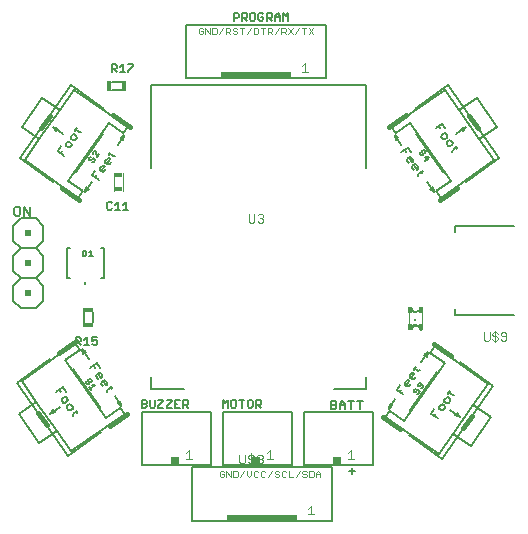
<source format=gto>
G75*
%MOIN*%
%OFA0B0*%
%FSLAX25Y25*%
%IPPOS*%
%LPD*%
%AMOC8*
5,1,8,0,0,1.08239X$1,22.5*
%
%ADD10C,0.00500*%
%ADD11C,0.00400*%
%ADD12R,0.03150X0.01378*%
%ADD13C,0.00800*%
%ADD14C,0.00600*%
%ADD15R,0.02000X0.02000*%
%ADD16R,0.01280X0.01969*%
%ADD17R,0.00591X0.00984*%
%ADD18R,0.01575X0.00689*%
%ADD19R,0.00787X0.00787*%
%ADD20R,0.01181X0.01181*%
%ADD21R,0.01280X0.00295*%
%ADD22R,0.03400X0.01600*%
%ADD23R,0.01600X0.03400*%
%ADD24C,0.01600*%
%ADD25R,0.02500X0.02500*%
%ADD26C,0.00300*%
%ADD27R,0.23622X0.01969*%
%ADD28C,0.00200*%
D10*
X0027698Y0029612D02*
X0022843Y0036546D01*
X0017038Y0032481D01*
X0010263Y0042156D01*
X0016068Y0046221D01*
X0022843Y0036546D01*
X0020581Y0042172D02*
X0022096Y0042623D01*
X0021523Y0043442D01*
X0020581Y0042172D01*
X0023857Y0044466D01*
X0025032Y0045840D02*
X0025659Y0045730D01*
X0026397Y0046246D01*
X0026507Y0046874D01*
X0025991Y0047612D01*
X0025363Y0047722D01*
X0024625Y0047205D01*
X0024515Y0046578D01*
X0025032Y0045840D01*
X0026316Y0044792D02*
X0026205Y0044165D01*
X0026722Y0043427D01*
X0027349Y0043316D01*
X0028087Y0043833D01*
X0028197Y0044460D01*
X0027681Y0045198D01*
X0027053Y0045308D01*
X0026316Y0044792D01*
X0028264Y0042009D02*
X0028153Y0041382D01*
X0028264Y0042009D02*
X0029740Y0043043D01*
X0029112Y0043153D02*
X0029629Y0042415D01*
X0025813Y0049435D02*
X0024780Y0050911D01*
X0022566Y0049361D01*
X0023673Y0050136D02*
X0024190Y0049398D01*
X0016068Y0046221D02*
X0011213Y0053155D01*
X0028951Y0065575D01*
X0030418Y0063479D01*
X0025581Y0060091D01*
X0039130Y0040741D01*
X0043967Y0044129D01*
X0045435Y0042032D01*
X0027698Y0029612D01*
X0043109Y0045739D02*
X0043928Y0046312D01*
X0044379Y0044797D01*
X0043109Y0045739D01*
X0044379Y0044797D02*
X0042085Y0048073D01*
X0039621Y0049412D02*
X0039732Y0050039D01*
X0041208Y0051073D01*
X0040580Y0051183D02*
X0041097Y0050445D01*
X0039555Y0051863D02*
X0039665Y0052490D01*
X0039149Y0053228D01*
X0038522Y0053339D01*
X0037784Y0052822D01*
X0037673Y0052195D01*
X0038190Y0051457D01*
X0039186Y0051604D02*
X0038153Y0053080D01*
X0037496Y0054018D02*
X0036463Y0055494D01*
X0036831Y0055752D02*
X0037459Y0055642D01*
X0037975Y0054904D01*
X0037865Y0054276D01*
X0037496Y0054018D01*
X0036500Y0053870D02*
X0035983Y0054608D01*
X0036094Y0055236D01*
X0036831Y0055752D01*
X0037282Y0057465D02*
X0036248Y0058941D01*
X0034035Y0057391D01*
X0035141Y0058166D02*
X0035658Y0057428D01*
X0033481Y0060360D02*
X0031187Y0063637D01*
X0031638Y0062122D01*
X0032457Y0062695D01*
X0031187Y0063637D01*
X0030823Y0065150D02*
X0029989Y0065984D01*
X0030406Y0065984D02*
X0029155Y0065984D01*
X0029155Y0065150D02*
X0029155Y0067652D01*
X0030406Y0067652D01*
X0030823Y0067235D01*
X0030823Y0066401D01*
X0030406Y0065984D01*
X0031918Y0065150D02*
X0033586Y0065150D01*
X0032752Y0065150D02*
X0032752Y0067652D01*
X0031918Y0066818D01*
X0034680Y0066401D02*
X0035514Y0066818D01*
X0035931Y0066818D01*
X0036348Y0066401D01*
X0036348Y0065567D01*
X0035931Y0065150D01*
X0035097Y0065150D01*
X0034680Y0065567D01*
X0034680Y0066401D02*
X0034680Y0067652D01*
X0036348Y0067652D01*
X0034098Y0053642D02*
X0033656Y0053720D01*
X0033397Y0053538D01*
X0033319Y0053097D01*
X0033683Y0052577D01*
X0033605Y0052136D01*
X0033345Y0051954D01*
X0032904Y0052032D01*
X0032540Y0052551D01*
X0032618Y0052993D01*
X0034098Y0053642D02*
X0034461Y0053123D01*
X0034384Y0052681D01*
X0034664Y0051728D02*
X0035547Y0051572D01*
X0033989Y0050482D01*
X0033626Y0051001D02*
X0034353Y0049962D01*
X0039186Y0051604D02*
X0039555Y0051863D01*
X0051140Y0046713D02*
X0051140Y0044211D01*
X0052391Y0044211D01*
X0052808Y0044628D01*
X0052808Y0045045D01*
X0052391Y0045462D01*
X0051140Y0045462D01*
X0052391Y0045462D02*
X0052808Y0045879D01*
X0052808Y0046296D01*
X0052391Y0046713D01*
X0051140Y0046713D01*
X0053902Y0046713D02*
X0053902Y0044628D01*
X0054319Y0044211D01*
X0055153Y0044211D01*
X0055570Y0044628D01*
X0055570Y0046713D01*
X0056664Y0046713D02*
X0058332Y0046713D01*
X0058332Y0046296D01*
X0056664Y0044628D01*
X0056664Y0044211D01*
X0058332Y0044211D01*
X0059427Y0044211D02*
X0061095Y0044211D01*
X0062189Y0044211D02*
X0062189Y0046713D01*
X0063857Y0046713D01*
X0064951Y0046713D02*
X0064951Y0044211D01*
X0064951Y0045045D02*
X0066202Y0045045D01*
X0066619Y0045462D01*
X0066619Y0046296D01*
X0066202Y0046713D01*
X0064951Y0046713D01*
X0065785Y0045045D02*
X0066619Y0044211D01*
X0063857Y0044211D02*
X0062189Y0044211D01*
X0062189Y0045462D02*
X0063023Y0045462D01*
X0061095Y0046296D02*
X0059427Y0044628D01*
X0059427Y0044211D01*
X0059427Y0046713D02*
X0061095Y0046713D01*
X0061095Y0046296D01*
X0051086Y0042780D02*
X0051086Y0025063D01*
X0074118Y0025063D01*
X0074118Y0042780D01*
X0051086Y0042780D01*
X0067980Y0024280D02*
X0067980Y0006563D01*
X0114634Y0006563D01*
X0114634Y0024280D01*
X0067980Y0024280D01*
X0078086Y0025063D02*
X0078086Y0042780D01*
X0101118Y0042780D01*
X0101118Y0025063D01*
X0078086Y0025063D01*
X0078140Y0044211D02*
X0078140Y0046713D01*
X0078974Y0045879D01*
X0079808Y0046713D01*
X0079808Y0044211D01*
X0080902Y0044628D02*
X0081319Y0044211D01*
X0082153Y0044211D01*
X0082570Y0044628D01*
X0082570Y0046296D01*
X0082153Y0046713D01*
X0081319Y0046713D01*
X0080902Y0046296D01*
X0080902Y0044628D01*
X0083664Y0046713D02*
X0085332Y0046713D01*
X0084498Y0046713D02*
X0084498Y0044211D01*
X0086427Y0044628D02*
X0086427Y0046296D01*
X0086844Y0046713D01*
X0087678Y0046713D01*
X0088095Y0046296D01*
X0088095Y0044628D01*
X0087678Y0044211D01*
X0086844Y0044211D01*
X0086427Y0044628D01*
X0089189Y0044211D02*
X0089189Y0046713D01*
X0090440Y0046713D01*
X0090857Y0046296D01*
X0090857Y0045462D01*
X0090440Y0045045D01*
X0089189Y0045045D01*
X0090023Y0045045D02*
X0090857Y0044211D01*
X0105086Y0042780D02*
X0105086Y0025063D01*
X0128118Y0025063D01*
X0128118Y0042780D01*
X0105086Y0042780D01*
X0114140Y0043711D02*
X0115491Y0043711D01*
X0115941Y0044161D01*
X0115941Y0044612D01*
X0115491Y0045062D01*
X0114140Y0045062D01*
X0115491Y0045062D02*
X0115941Y0045513D01*
X0115941Y0045963D01*
X0115491Y0046413D01*
X0114140Y0046413D01*
X0114140Y0043711D01*
X0117086Y0043711D02*
X0117086Y0045513D01*
X0117987Y0046413D01*
X0118888Y0045513D01*
X0118888Y0043711D01*
X0118888Y0045062D02*
X0117086Y0045062D01*
X0120033Y0046413D02*
X0121834Y0046413D01*
X0120933Y0046413D02*
X0120933Y0043711D01*
X0123880Y0043711D02*
X0123880Y0046413D01*
X0122979Y0046413D02*
X0124781Y0046413D01*
X0133432Y0043797D02*
X0134701Y0044739D01*
X0133882Y0045312D01*
X0133432Y0043797D01*
X0135726Y0047073D01*
X0137220Y0049384D02*
X0137737Y0050122D01*
X0137147Y0051635D02*
X0136113Y0050159D01*
X0138327Y0048609D01*
X0139648Y0051281D02*
X0138910Y0051798D01*
X0138800Y0052425D01*
X0139316Y0053163D01*
X0139944Y0053273D01*
X0140313Y0053015D01*
X0139279Y0051539D01*
X0139648Y0051281D02*
X0140275Y0051391D01*
X0140792Y0052129D01*
X0141338Y0053695D02*
X0140600Y0054211D01*
X0140490Y0054838D01*
X0141006Y0055576D01*
X0141634Y0055687D01*
X0142003Y0055429D01*
X0140969Y0053953D01*
X0141338Y0053695D02*
X0141965Y0053805D01*
X0142482Y0054543D01*
X0143287Y0056477D02*
X0141811Y0057510D01*
X0141921Y0056883D02*
X0142438Y0057621D01*
X0143287Y0056477D02*
X0143914Y0056588D01*
X0144329Y0059360D02*
X0146624Y0062637D01*
X0145354Y0061695D01*
X0146173Y0061122D01*
X0146624Y0062637D01*
X0147392Y0062479D02*
X0152230Y0059091D01*
X0138681Y0039741D01*
X0133843Y0043129D01*
X0132375Y0041032D01*
X0150113Y0028612D01*
X0154968Y0035546D01*
X0160773Y0031481D01*
X0167548Y0041156D01*
X0161743Y0045221D01*
X0166598Y0052155D01*
X0148860Y0064575D01*
X0147392Y0062479D01*
X0143901Y0052358D02*
X0144160Y0052176D01*
X0144238Y0051735D01*
X0144679Y0051812D01*
X0144939Y0051631D01*
X0145017Y0051189D01*
X0144653Y0050670D01*
X0144212Y0050592D01*
X0144056Y0051475D02*
X0144238Y0051735D01*
X0143901Y0052358D02*
X0143459Y0052280D01*
X0143096Y0051761D01*
X0143173Y0051319D01*
X0142633Y0050548D02*
X0142192Y0050470D01*
X0141828Y0049950D01*
X0141906Y0049509D01*
X0142166Y0049327D01*
X0142607Y0049405D01*
X0142971Y0049924D01*
X0143412Y0050002D01*
X0143672Y0049820D01*
X0143749Y0049379D01*
X0143386Y0048860D01*
X0142944Y0048782D01*
X0148615Y0043605D02*
X0147582Y0042129D01*
X0149795Y0040579D01*
X0148688Y0041354D02*
X0149205Y0042092D01*
X0150378Y0043767D02*
X0151116Y0043251D01*
X0151744Y0043361D01*
X0152260Y0044099D01*
X0152150Y0044727D01*
X0151412Y0045243D01*
X0150785Y0045133D01*
X0150268Y0044395D01*
X0150378Y0043767D01*
X0152069Y0046181D02*
X0152806Y0045664D01*
X0153434Y0045775D01*
X0153950Y0046513D01*
X0153840Y0047140D01*
X0153102Y0047657D01*
X0152475Y0047546D01*
X0151958Y0046808D01*
X0152069Y0046181D01*
X0153953Y0043466D02*
X0157230Y0041172D01*
X0156288Y0042442D01*
X0155714Y0041623D01*
X0157230Y0041172D01*
X0154968Y0035546D02*
X0161743Y0045221D01*
X0155382Y0048558D02*
X0154755Y0048447D01*
X0153279Y0049480D01*
X0153390Y0048853D02*
X0153906Y0049591D01*
X0155720Y0075136D02*
X0155720Y0077105D01*
X0155720Y0075136D02*
X0175405Y0075136D01*
X0155720Y0102695D02*
X0155720Y0104664D01*
X0175405Y0104664D01*
X0168598Y0126645D02*
X0163743Y0133579D01*
X0169548Y0137644D01*
X0162773Y0147319D01*
X0156968Y0143254D01*
X0152113Y0150188D01*
X0134375Y0137768D01*
X0135843Y0135671D01*
X0140681Y0139059D01*
X0154230Y0119709D01*
X0149392Y0116321D01*
X0150860Y0114225D01*
X0168598Y0126645D01*
X0163743Y0133579D02*
X0156968Y0143254D01*
X0159230Y0137628D02*
X0157714Y0137177D01*
X0158288Y0136358D01*
X0159230Y0137628D01*
X0155953Y0135334D01*
X0154237Y0133168D02*
X0153609Y0133279D01*
X0152871Y0132762D01*
X0152761Y0132135D01*
X0153277Y0131397D01*
X0153905Y0131286D01*
X0154643Y0131803D01*
X0154753Y0132430D01*
X0154237Y0133168D01*
X0152953Y0134217D02*
X0153063Y0134844D01*
X0152547Y0135582D01*
X0151919Y0135692D01*
X0151181Y0135176D01*
X0151071Y0134548D01*
X0151587Y0133811D01*
X0152215Y0133700D01*
X0152953Y0134217D01*
X0152369Y0137405D02*
X0151336Y0138881D01*
X0149122Y0137331D01*
X0150229Y0138106D02*
X0150746Y0137368D01*
X0155668Y0131123D02*
X0156185Y0130385D01*
X0156296Y0131013D02*
X0154820Y0129979D01*
X0154709Y0129352D01*
X0147018Y0127612D02*
X0145694Y0127845D01*
X0146421Y0126807D01*
X0145461Y0126521D02*
X0147018Y0127612D01*
X0145673Y0128980D02*
X0145751Y0129422D01*
X0145387Y0129941D01*
X0144946Y0130019D01*
X0144686Y0129837D01*
X0144608Y0129396D01*
X0144972Y0128877D01*
X0144894Y0128435D01*
X0144634Y0128253D01*
X0144193Y0128331D01*
X0143829Y0128850D01*
X0143907Y0129292D01*
X0140901Y0129375D02*
X0139868Y0130851D01*
X0137654Y0129301D01*
X0138761Y0130076D02*
X0139278Y0129338D01*
X0140451Y0127662D02*
X0141078Y0127552D01*
X0141595Y0126814D01*
X0141484Y0126187D01*
X0141115Y0125928D01*
X0140082Y0127404D01*
X0139713Y0127146D02*
X0140451Y0127662D01*
X0139713Y0127146D02*
X0139603Y0126518D01*
X0140119Y0125780D01*
X0141403Y0124732D02*
X0142141Y0125249D01*
X0142768Y0125138D01*
X0143285Y0124400D01*
X0143174Y0123773D01*
X0142806Y0123515D01*
X0141772Y0124990D01*
X0141403Y0124732D02*
X0141293Y0124105D01*
X0141809Y0123367D01*
X0143352Y0121949D02*
X0143241Y0121322D01*
X0143352Y0121949D02*
X0144827Y0122983D01*
X0144200Y0123093D02*
X0144717Y0122355D01*
X0146329Y0119439D02*
X0148624Y0116163D01*
X0148173Y0117678D01*
X0147354Y0117105D01*
X0148624Y0116163D01*
X0137726Y0131727D02*
X0135432Y0135003D01*
X0135882Y0133488D01*
X0136701Y0134061D01*
X0135432Y0135003D01*
X0112634Y0154063D02*
X0065980Y0154063D01*
X0065980Y0171780D01*
X0112634Y0171780D01*
X0112634Y0154063D01*
X0100024Y0173211D02*
X0100024Y0175713D01*
X0099189Y0174879D01*
X0098355Y0175713D01*
X0098355Y0173211D01*
X0097261Y0173211D02*
X0097261Y0174879D01*
X0096427Y0175713D01*
X0095593Y0174879D01*
X0095593Y0173211D01*
X0094499Y0173211D02*
X0093665Y0174045D01*
X0094082Y0174045D02*
X0092831Y0174045D01*
X0092831Y0173211D02*
X0092831Y0175713D01*
X0094082Y0175713D01*
X0094499Y0175296D01*
X0094499Y0174462D01*
X0094082Y0174045D01*
X0095593Y0174462D02*
X0097261Y0174462D01*
X0091736Y0174462D02*
X0091736Y0173628D01*
X0091319Y0173211D01*
X0090485Y0173211D01*
X0090068Y0173628D01*
X0090068Y0175296D01*
X0090485Y0175713D01*
X0091319Y0175713D01*
X0091736Y0175296D01*
X0091736Y0174462D02*
X0090902Y0174462D01*
X0088974Y0173628D02*
X0088974Y0175296D01*
X0088557Y0175713D01*
X0087723Y0175713D01*
X0087306Y0175296D01*
X0087306Y0173628D01*
X0087723Y0173211D01*
X0088557Y0173211D01*
X0088974Y0173628D01*
X0086212Y0173211D02*
X0085378Y0174045D01*
X0085795Y0174045D02*
X0084544Y0174045D01*
X0084544Y0173211D02*
X0084544Y0175713D01*
X0085795Y0175713D01*
X0086212Y0175296D01*
X0086212Y0174462D01*
X0085795Y0174045D01*
X0083449Y0174462D02*
X0083032Y0174045D01*
X0081781Y0174045D01*
X0081781Y0173211D02*
X0081781Y0175713D01*
X0083032Y0175713D01*
X0083449Y0175296D01*
X0083449Y0174462D01*
X0048348Y0158652D02*
X0048348Y0158235D01*
X0046680Y0156567D01*
X0046680Y0156150D01*
X0045586Y0156150D02*
X0043918Y0156150D01*
X0044752Y0156150D02*
X0044752Y0158652D01*
X0043918Y0157818D01*
X0042823Y0158235D02*
X0042823Y0157401D01*
X0042406Y0156984D01*
X0041155Y0156984D01*
X0041155Y0156150D02*
X0041155Y0158652D01*
X0042406Y0158652D01*
X0042823Y0158235D01*
X0041989Y0156984D02*
X0042823Y0156150D01*
X0046680Y0158652D02*
X0048348Y0158652D01*
X0046435Y0137768D02*
X0028698Y0150188D01*
X0023843Y0143254D01*
X0018038Y0147319D01*
X0011263Y0137644D01*
X0017068Y0133579D01*
X0012213Y0126645D01*
X0029951Y0114225D01*
X0031418Y0116321D01*
X0026581Y0119709D01*
X0040130Y0139059D01*
X0044967Y0135671D01*
X0046435Y0137768D01*
X0045379Y0135003D02*
X0044109Y0134061D01*
X0044928Y0133488D01*
X0045379Y0135003D01*
X0043085Y0131727D01*
X0040896Y0129214D02*
X0040380Y0128476D01*
X0040269Y0129103D02*
X0041745Y0128070D01*
X0042372Y0128181D01*
X0040461Y0127022D02*
X0039427Y0125546D01*
X0039059Y0125804D02*
X0038948Y0126431D01*
X0039465Y0127169D01*
X0040092Y0127280D01*
X0040461Y0127022D01*
X0040940Y0126136D02*
X0040424Y0125398D01*
X0039796Y0125288D01*
X0039059Y0125804D01*
X0038402Y0124866D02*
X0038771Y0124608D01*
X0037737Y0123132D01*
X0037368Y0123391D02*
X0037258Y0124018D01*
X0037775Y0124756D01*
X0038402Y0124866D01*
X0039250Y0123722D02*
X0038734Y0122985D01*
X0038106Y0122874D01*
X0037368Y0123391D01*
X0035605Y0123228D02*
X0034572Y0121752D01*
X0036785Y0120202D01*
X0035678Y0120977D02*
X0036195Y0121715D01*
X0034481Y0119439D02*
X0032187Y0116163D01*
X0033457Y0117105D01*
X0032638Y0117678D01*
X0032187Y0116163D01*
X0039506Y0112294D02*
X0039506Y0110626D01*
X0039923Y0110209D01*
X0040757Y0110209D01*
X0041174Y0110626D01*
X0042268Y0110209D02*
X0043936Y0110209D01*
X0043102Y0110209D02*
X0043102Y0112711D01*
X0042268Y0111877D01*
X0041174Y0112294D02*
X0040757Y0112711D01*
X0039923Y0112711D01*
X0039506Y0112294D01*
X0045030Y0111877D02*
X0045864Y0112711D01*
X0045864Y0110209D01*
X0045030Y0110209D02*
X0046699Y0110209D01*
X0034289Y0096552D02*
X0033655Y0095918D01*
X0034289Y0096552D02*
X0034289Y0094650D01*
X0033655Y0094650D02*
X0034923Y0094650D01*
X0032713Y0094967D02*
X0032713Y0096235D01*
X0032396Y0096552D01*
X0031445Y0096552D01*
X0031445Y0094650D01*
X0032396Y0094650D01*
X0032713Y0094967D01*
X0013880Y0108150D02*
X0013880Y0111153D01*
X0011878Y0111153D02*
X0011878Y0108150D01*
X0010657Y0108650D02*
X0010657Y0110652D01*
X0010157Y0111153D01*
X0009156Y0111153D01*
X0008655Y0110652D01*
X0008655Y0108650D01*
X0009156Y0108150D01*
X0010157Y0108150D01*
X0010657Y0108650D01*
X0011878Y0111153D02*
X0013880Y0108150D01*
X0025317Y0128232D02*
X0023103Y0129782D01*
X0024137Y0131258D01*
X0024727Y0129745D02*
X0024210Y0129007D01*
X0025900Y0131421D02*
X0026638Y0130904D01*
X0027265Y0131015D01*
X0027782Y0131752D01*
X0027672Y0132380D01*
X0026934Y0132896D01*
X0026306Y0132786D01*
X0025790Y0132048D01*
X0025900Y0131421D01*
X0027590Y0133834D02*
X0028328Y0133318D01*
X0028955Y0133428D01*
X0029472Y0134166D01*
X0029362Y0134793D01*
X0028624Y0135310D01*
X0027996Y0135199D01*
X0027480Y0134462D01*
X0027590Y0133834D01*
X0028911Y0136506D02*
X0029428Y0137244D01*
X0028801Y0137134D02*
X0030277Y0136100D01*
X0030904Y0136211D01*
X0035170Y0129579D02*
X0034806Y0129060D01*
X0034884Y0128618D01*
X0034344Y0127847D02*
X0033902Y0127769D01*
X0033539Y0127249D01*
X0033617Y0126808D01*
X0033876Y0126626D01*
X0034318Y0126704D01*
X0034681Y0127223D01*
X0035123Y0127301D01*
X0035382Y0127119D01*
X0035460Y0126678D01*
X0035097Y0126159D01*
X0034655Y0126081D01*
X0036182Y0127709D02*
X0035871Y0129475D01*
X0035611Y0129657D01*
X0035170Y0129579D01*
X0036909Y0128748D02*
X0036182Y0127709D01*
X0024857Y0135334D02*
X0021581Y0137628D01*
X0022523Y0136358D01*
X0023096Y0137177D01*
X0021581Y0137628D01*
X0023843Y0143254D02*
X0017068Y0133579D01*
X0121156Y0024152D02*
X0121156Y0022150D01*
X0120155Y0023151D02*
X0122157Y0023151D01*
D11*
X0110734Y0022501D02*
X0110734Y0021100D01*
X0110734Y0022151D02*
X0109333Y0022151D01*
X0109333Y0022501D02*
X0110033Y0023202D01*
X0110734Y0022501D01*
X0109333Y0022501D02*
X0109333Y0021100D01*
X0108432Y0021450D02*
X0108432Y0022851D01*
X0108082Y0023202D01*
X0107031Y0023202D01*
X0107031Y0021100D01*
X0108082Y0021100D01*
X0108432Y0021450D01*
X0106130Y0021450D02*
X0105780Y0021100D01*
X0105079Y0021100D01*
X0104729Y0021450D01*
X0105079Y0022151D02*
X0105780Y0022151D01*
X0106130Y0021801D01*
X0106130Y0021450D01*
X0105079Y0022151D02*
X0104729Y0022501D01*
X0104729Y0022851D01*
X0105079Y0023202D01*
X0105780Y0023202D01*
X0106130Y0022851D01*
X0103828Y0023202D02*
X0102427Y0021100D01*
X0101526Y0021100D02*
X0100125Y0021100D01*
X0100125Y0023202D01*
X0099224Y0022851D02*
X0098874Y0023202D01*
X0098173Y0023202D01*
X0097823Y0022851D01*
X0097823Y0021450D01*
X0098173Y0021100D01*
X0098874Y0021100D01*
X0099224Y0021450D01*
X0096922Y0021450D02*
X0096572Y0021100D01*
X0095871Y0021100D01*
X0095521Y0021450D01*
X0095871Y0022151D02*
X0095521Y0022501D01*
X0095521Y0022851D01*
X0095871Y0023202D01*
X0096572Y0023202D01*
X0096922Y0022851D01*
X0096572Y0022151D02*
X0096922Y0021801D01*
X0096922Y0021450D01*
X0096572Y0022151D02*
X0095871Y0022151D01*
X0094620Y0023202D02*
X0093219Y0021100D01*
X0092318Y0021450D02*
X0091968Y0021100D01*
X0091267Y0021100D01*
X0090917Y0021450D01*
X0090917Y0022851D01*
X0091267Y0023202D01*
X0091968Y0023202D01*
X0092318Y0022851D01*
X0090016Y0022851D02*
X0089666Y0023202D01*
X0088965Y0023202D01*
X0088615Y0022851D01*
X0088615Y0021450D01*
X0088965Y0021100D01*
X0089666Y0021100D01*
X0090016Y0021450D01*
X0087714Y0021801D02*
X0087714Y0023202D01*
X0086313Y0023202D02*
X0086313Y0021801D01*
X0087014Y0021100D01*
X0087714Y0021801D01*
X0085412Y0023202D02*
X0084011Y0021100D01*
X0083110Y0021450D02*
X0083110Y0022851D01*
X0082760Y0023202D01*
X0081709Y0023202D01*
X0081709Y0021100D01*
X0082760Y0021100D01*
X0083110Y0021450D01*
X0080809Y0021100D02*
X0080809Y0023202D01*
X0079407Y0023202D02*
X0080809Y0021100D01*
X0079407Y0021100D02*
X0079407Y0023202D01*
X0078507Y0022851D02*
X0078156Y0023202D01*
X0077456Y0023202D01*
X0077105Y0022851D01*
X0077105Y0021450D01*
X0077456Y0021100D01*
X0078156Y0021100D01*
X0078507Y0021450D01*
X0078507Y0022151D01*
X0077806Y0022151D01*
X0140142Y0071833D02*
X0140142Y0075967D01*
X0141027Y0077542D02*
X0141041Y0077470D01*
X0141057Y0077399D01*
X0141078Y0077328D01*
X0141102Y0077259D01*
X0141130Y0077192D01*
X0141161Y0077125D01*
X0141196Y0077061D01*
X0141234Y0076999D01*
X0141275Y0076938D01*
X0141320Y0076880D01*
X0141367Y0076824D01*
X0141417Y0076771D01*
X0141470Y0076721D01*
X0141526Y0076673D01*
X0141584Y0076628D01*
X0141644Y0076587D01*
X0141706Y0076549D01*
X0141771Y0076514D01*
X0141837Y0076482D01*
X0141904Y0076454D01*
X0141973Y0076430D01*
X0142043Y0076409D01*
X0142114Y0076392D01*
X0142186Y0076378D01*
X0142259Y0076369D01*
X0142332Y0076363D01*
X0142405Y0076361D01*
X0142478Y0076363D01*
X0142551Y0076369D01*
X0142624Y0076378D01*
X0142696Y0076392D01*
X0142767Y0076409D01*
X0142837Y0076430D01*
X0142906Y0076454D01*
X0142973Y0076482D01*
X0143039Y0076514D01*
X0143104Y0076549D01*
X0143166Y0076587D01*
X0143226Y0076628D01*
X0143284Y0076673D01*
X0143340Y0076721D01*
X0143393Y0076771D01*
X0143443Y0076824D01*
X0143490Y0076880D01*
X0143535Y0076938D01*
X0143576Y0076999D01*
X0143614Y0077061D01*
X0143649Y0077125D01*
X0143680Y0077192D01*
X0143708Y0077259D01*
X0143732Y0077328D01*
X0143753Y0077399D01*
X0143769Y0077470D01*
X0143783Y0077542D01*
X0144669Y0075869D02*
X0144669Y0070258D01*
X0143771Y0070554D02*
X0143773Y0070594D01*
X0143779Y0070633D01*
X0143788Y0070672D01*
X0143802Y0070709D01*
X0143819Y0070745D01*
X0143839Y0070780D01*
X0143863Y0070812D01*
X0143890Y0070841D01*
X0143919Y0070868D01*
X0143951Y0070892D01*
X0143986Y0070912D01*
X0144022Y0070929D01*
X0144059Y0070943D01*
X0144098Y0070952D01*
X0144137Y0070958D01*
X0144177Y0070960D01*
X0144217Y0070958D01*
X0144256Y0070952D01*
X0144295Y0070943D01*
X0144332Y0070929D01*
X0144368Y0070912D01*
X0144403Y0070892D01*
X0144435Y0070868D01*
X0144464Y0070841D01*
X0144491Y0070812D01*
X0144515Y0070780D01*
X0144535Y0070745D01*
X0144552Y0070709D01*
X0144566Y0070672D01*
X0144575Y0070633D01*
X0144581Y0070594D01*
X0144583Y0070554D01*
X0144581Y0070514D01*
X0144575Y0070475D01*
X0144566Y0070436D01*
X0144552Y0070399D01*
X0144535Y0070363D01*
X0144515Y0070328D01*
X0144491Y0070296D01*
X0144464Y0070267D01*
X0144435Y0070240D01*
X0144403Y0070216D01*
X0144368Y0070196D01*
X0144332Y0070179D01*
X0144295Y0070165D01*
X0144256Y0070156D01*
X0144217Y0070150D01*
X0144177Y0070148D01*
X0144137Y0070150D01*
X0144098Y0070156D01*
X0144059Y0070165D01*
X0144022Y0070179D01*
X0143986Y0070196D01*
X0143951Y0070216D01*
X0143919Y0070240D01*
X0143890Y0070267D01*
X0143863Y0070296D01*
X0143839Y0070328D01*
X0143819Y0070363D01*
X0143802Y0070399D01*
X0143788Y0070436D01*
X0143779Y0070475D01*
X0143773Y0070514D01*
X0143771Y0070554D01*
X0143783Y0070258D02*
X0143769Y0070330D01*
X0143753Y0070401D01*
X0143732Y0070472D01*
X0143708Y0070541D01*
X0143680Y0070608D01*
X0143649Y0070675D01*
X0143614Y0070739D01*
X0143576Y0070801D01*
X0143535Y0070862D01*
X0143490Y0070920D01*
X0143443Y0070976D01*
X0143393Y0071029D01*
X0143340Y0071079D01*
X0143284Y0071127D01*
X0143226Y0071172D01*
X0143166Y0071213D01*
X0143104Y0071251D01*
X0143039Y0071286D01*
X0142973Y0071318D01*
X0142906Y0071346D01*
X0142837Y0071370D01*
X0142767Y0071391D01*
X0142696Y0071408D01*
X0142624Y0071422D01*
X0142551Y0071431D01*
X0142478Y0071437D01*
X0142405Y0071439D01*
X0142332Y0071437D01*
X0142259Y0071431D01*
X0142186Y0071422D01*
X0142114Y0071408D01*
X0142043Y0071391D01*
X0141973Y0071370D01*
X0141904Y0071346D01*
X0141837Y0071318D01*
X0141771Y0071286D01*
X0141706Y0071251D01*
X0141644Y0071213D01*
X0141584Y0071172D01*
X0141526Y0071127D01*
X0141470Y0071079D01*
X0141417Y0071029D01*
X0141367Y0070976D01*
X0141320Y0070920D01*
X0141275Y0070862D01*
X0141234Y0070801D01*
X0141196Y0070739D01*
X0141161Y0070675D01*
X0141130Y0070608D01*
X0141102Y0070541D01*
X0141078Y0070472D01*
X0141057Y0070401D01*
X0141041Y0070330D01*
X0141027Y0070258D01*
X0108338Y0168600D02*
X0106937Y0170702D01*
X0106036Y0170702D02*
X0104635Y0170702D01*
X0105335Y0170702D02*
X0105335Y0168600D01*
X0106937Y0168600D02*
X0108338Y0170702D01*
X0103734Y0170702D02*
X0102333Y0168600D01*
X0101432Y0168600D02*
X0100031Y0170702D01*
X0099130Y0170351D02*
X0099130Y0169651D01*
X0098780Y0169301D01*
X0097729Y0169301D01*
X0098429Y0169301D02*
X0099130Y0168600D01*
X0100031Y0168600D02*
X0101432Y0170702D01*
X0099130Y0170351D02*
X0098780Y0170702D01*
X0097729Y0170702D01*
X0097729Y0168600D01*
X0096828Y0170702D02*
X0095427Y0168600D01*
X0094526Y0168600D02*
X0093826Y0169301D01*
X0094176Y0169301D02*
X0093125Y0169301D01*
X0093125Y0168600D02*
X0093125Y0170702D01*
X0094176Y0170702D01*
X0094526Y0170351D01*
X0094526Y0169651D01*
X0094176Y0169301D01*
X0092224Y0170702D02*
X0090823Y0170702D01*
X0091524Y0170702D02*
X0091524Y0168600D01*
X0089922Y0168950D02*
X0089922Y0170351D01*
X0089572Y0170702D01*
X0088521Y0170702D01*
X0088521Y0168600D01*
X0089572Y0168600D01*
X0089922Y0168950D01*
X0087620Y0170702D02*
X0086219Y0168600D01*
X0084618Y0168600D02*
X0084618Y0170702D01*
X0085318Y0170702D02*
X0083917Y0170702D01*
X0083016Y0170351D02*
X0082666Y0170702D01*
X0081965Y0170702D01*
X0081615Y0170351D01*
X0081615Y0170001D01*
X0081965Y0169651D01*
X0082666Y0169651D01*
X0083016Y0169301D01*
X0083016Y0168950D01*
X0082666Y0168600D01*
X0081965Y0168600D01*
X0081615Y0168950D01*
X0080714Y0168600D02*
X0080014Y0169301D01*
X0080364Y0169301D02*
X0079313Y0169301D01*
X0079313Y0168600D02*
X0079313Y0170702D01*
X0080364Y0170702D01*
X0080714Y0170351D01*
X0080714Y0169651D01*
X0080364Y0169301D01*
X0078412Y0170702D02*
X0077011Y0168600D01*
X0076110Y0168950D02*
X0076110Y0170351D01*
X0075760Y0170702D01*
X0074709Y0170702D01*
X0074709Y0168600D01*
X0075760Y0168600D01*
X0076110Y0168950D01*
X0073809Y0168600D02*
X0073809Y0170702D01*
X0072407Y0170702D02*
X0073809Y0168600D01*
X0072407Y0168600D02*
X0072407Y0170702D01*
X0071507Y0170351D02*
X0071156Y0170702D01*
X0070456Y0170702D01*
X0070105Y0170351D01*
X0070105Y0168950D01*
X0070456Y0168600D01*
X0071156Y0168600D01*
X0071507Y0168950D01*
X0071507Y0169651D01*
X0070806Y0169651D01*
X0044783Y0122254D02*
X0044783Y0116546D01*
X0042027Y0116546D02*
X0042027Y0122254D01*
D12*
X0043405Y0121861D03*
X0043405Y0116939D03*
D13*
X0037659Y0035977D02*
X0026549Y0028198D01*
X0009491Y0052560D01*
X0020601Y0060339D01*
X0028249Y0057153D02*
X0037281Y0044253D01*
X0054172Y0050349D02*
X0054172Y0054392D01*
X0054172Y0050349D02*
X0065105Y0050349D01*
X0032405Y0085313D02*
X0032405Y0086101D01*
X0032405Y0085313D01*
X0027287Y0087282D02*
X0026106Y0087282D01*
X0026106Y0097518D01*
X0027287Y0097518D01*
X0037523Y0097518D02*
X0038705Y0097518D01*
X0038705Y0087282D01*
X0037523Y0087282D01*
X0021601Y0119461D02*
X0010491Y0127240D01*
X0027549Y0151602D01*
X0038659Y0143823D01*
X0038281Y0135547D02*
X0029249Y0122647D01*
X0054172Y0124120D02*
X0054172Y0151743D01*
X0126038Y0151743D01*
X0126038Y0124120D01*
X0142529Y0135547D02*
X0151562Y0122647D01*
X0159209Y0119461D02*
X0170320Y0127240D01*
X0153261Y0151602D01*
X0142151Y0143823D01*
X0157209Y0059339D02*
X0168320Y0051560D01*
X0151261Y0027198D01*
X0140151Y0034977D01*
X0140529Y0043253D02*
X0149562Y0056153D01*
X0126038Y0054392D02*
X0126038Y0050349D01*
X0115105Y0050349D01*
D14*
X0034807Y0072699D02*
X0034807Y0076101D01*
X0032004Y0076101D02*
X0032004Y0072699D01*
X0018405Y0079900D02*
X0018405Y0084900D01*
X0015905Y0087400D01*
X0018405Y0089900D01*
X0018405Y0094900D01*
X0015905Y0097400D01*
X0018405Y0099900D01*
X0018405Y0104900D01*
X0015905Y0107400D01*
X0010905Y0107400D01*
X0008405Y0104900D01*
X0008405Y0099900D01*
X0010905Y0097400D01*
X0015905Y0097400D01*
X0010905Y0097400D02*
X0008405Y0094900D01*
X0008405Y0089900D01*
X0010905Y0087400D01*
X0015905Y0087400D01*
X0010905Y0087400D02*
X0008405Y0084900D01*
X0008405Y0079900D01*
X0010905Y0077400D01*
X0015905Y0077400D01*
X0018405Y0079900D01*
X0041205Y0149998D02*
X0044606Y0149998D01*
X0044606Y0152802D02*
X0041205Y0152802D01*
D15*
X0013405Y0102400D03*
X0013405Y0092400D03*
X0013405Y0082400D03*
D16*
X0140584Y0076853D03*
X0144226Y0076853D03*
X0140584Y0070947D03*
D17*
X0141421Y0071439D03*
X0143390Y0071439D03*
X0143390Y0076361D03*
X0141421Y0076361D03*
D18*
X0142405Y0076213D03*
X0142405Y0071587D03*
D19*
X0142405Y0073506D03*
D20*
X0144177Y0071341D03*
D21*
X0144226Y0070111D03*
D22*
X0033405Y0071900D03*
X0033405Y0076900D03*
D23*
X0040405Y0151400D03*
X0045405Y0151400D03*
D24*
X0041578Y0141779D02*
X0047312Y0137764D01*
X0030254Y0113402D02*
X0024520Y0117417D01*
X0017586Y0137373D02*
X0020454Y0141469D01*
X0029254Y0066398D02*
X0023520Y0062383D01*
X0016586Y0042427D02*
X0019454Y0038331D01*
X0040578Y0038021D02*
X0046312Y0042036D01*
X0131499Y0041036D02*
X0137233Y0037021D01*
X0158357Y0037331D02*
X0161224Y0041427D01*
X0154291Y0061383D02*
X0148557Y0065398D01*
X0150557Y0113402D02*
X0156291Y0117417D01*
X0163224Y0137373D02*
X0160357Y0141469D01*
X0139233Y0141779D02*
X0133499Y0137764D01*
D25*
X0116405Y0026538D03*
X0089405Y0026538D03*
X0062405Y0026538D03*
D26*
X0066000Y0027113D02*
X0067935Y0027113D01*
X0066968Y0027113D02*
X0066968Y0030015D01*
X0066000Y0029048D01*
X0083681Y0028513D02*
X0083681Y0026095D01*
X0084165Y0025611D01*
X0085133Y0025611D01*
X0085616Y0026095D01*
X0085616Y0028513D01*
X0086628Y0028030D02*
X0087112Y0028513D01*
X0088079Y0028513D01*
X0088563Y0028030D01*
X0089574Y0028030D02*
X0089574Y0027546D01*
X0090058Y0027062D01*
X0091026Y0027062D01*
X0091509Y0026579D01*
X0091509Y0026095D01*
X0091026Y0025611D01*
X0090058Y0025611D01*
X0089574Y0026095D01*
X0089574Y0026579D01*
X0090058Y0027062D01*
X0091026Y0027062D02*
X0091509Y0027546D01*
X0091509Y0028030D01*
X0091026Y0028513D01*
X0090058Y0028513D01*
X0089574Y0028030D01*
X0088563Y0026579D02*
X0088079Y0027062D01*
X0087112Y0027062D01*
X0086628Y0027546D01*
X0086628Y0028030D01*
X0087595Y0028997D02*
X0087595Y0025127D01*
X0087112Y0025611D02*
X0088079Y0025611D01*
X0088563Y0026095D01*
X0088563Y0026579D01*
X0087112Y0025611D02*
X0086628Y0026095D01*
X0093000Y0027113D02*
X0094935Y0027113D01*
X0093968Y0027113D02*
X0093968Y0030015D01*
X0093000Y0029048D01*
X0107483Y0011515D02*
X0107483Y0008613D01*
X0106516Y0008613D02*
X0108451Y0008613D01*
X0106516Y0010548D02*
X0107483Y0011515D01*
X0120000Y0027113D02*
X0121935Y0027113D01*
X0120968Y0027113D02*
X0120968Y0030015D01*
X0120000Y0029048D01*
X0091207Y0105899D02*
X0090239Y0105899D01*
X0089755Y0106383D01*
X0088744Y0106383D02*
X0088744Y0108801D01*
X0089755Y0108318D02*
X0090239Y0108801D01*
X0091207Y0108801D01*
X0091690Y0108318D01*
X0091690Y0107834D01*
X0091207Y0107350D01*
X0091690Y0106866D01*
X0091690Y0106383D01*
X0091207Y0105899D01*
X0091207Y0107350D02*
X0090723Y0107350D01*
X0088744Y0106383D02*
X0088260Y0105899D01*
X0087293Y0105899D01*
X0086809Y0106383D01*
X0086809Y0108801D01*
X0104516Y0156113D02*
X0106451Y0156113D01*
X0105483Y0156113D02*
X0105483Y0159015D01*
X0104516Y0158048D01*
D27*
X0089405Y0155048D03*
X0091405Y0007548D03*
D28*
X0165250Y0066995D02*
X0165717Y0066528D01*
X0166651Y0066528D01*
X0167118Y0066995D01*
X0167118Y0069330D01*
X0168012Y0068863D02*
X0168479Y0069330D01*
X0169413Y0069330D01*
X0169880Y0068863D01*
X0170774Y0068863D02*
X0170774Y0068396D01*
X0171242Y0067929D01*
X0172643Y0067929D01*
X0172643Y0066995D02*
X0172643Y0068863D01*
X0172176Y0069330D01*
X0171242Y0069330D01*
X0170774Y0068863D01*
X0169413Y0067929D02*
X0168479Y0067929D01*
X0168012Y0068396D01*
X0168012Y0068863D01*
X0168946Y0069797D02*
X0168946Y0066060D01*
X0168479Y0066528D02*
X0169413Y0066528D01*
X0169880Y0066995D01*
X0169880Y0067462D01*
X0169413Y0067929D01*
X0170774Y0066995D02*
X0171242Y0066528D01*
X0172176Y0066528D01*
X0172643Y0066995D01*
X0168479Y0066528D02*
X0168012Y0066995D01*
X0165250Y0066995D02*
X0165250Y0069330D01*
M02*

</source>
